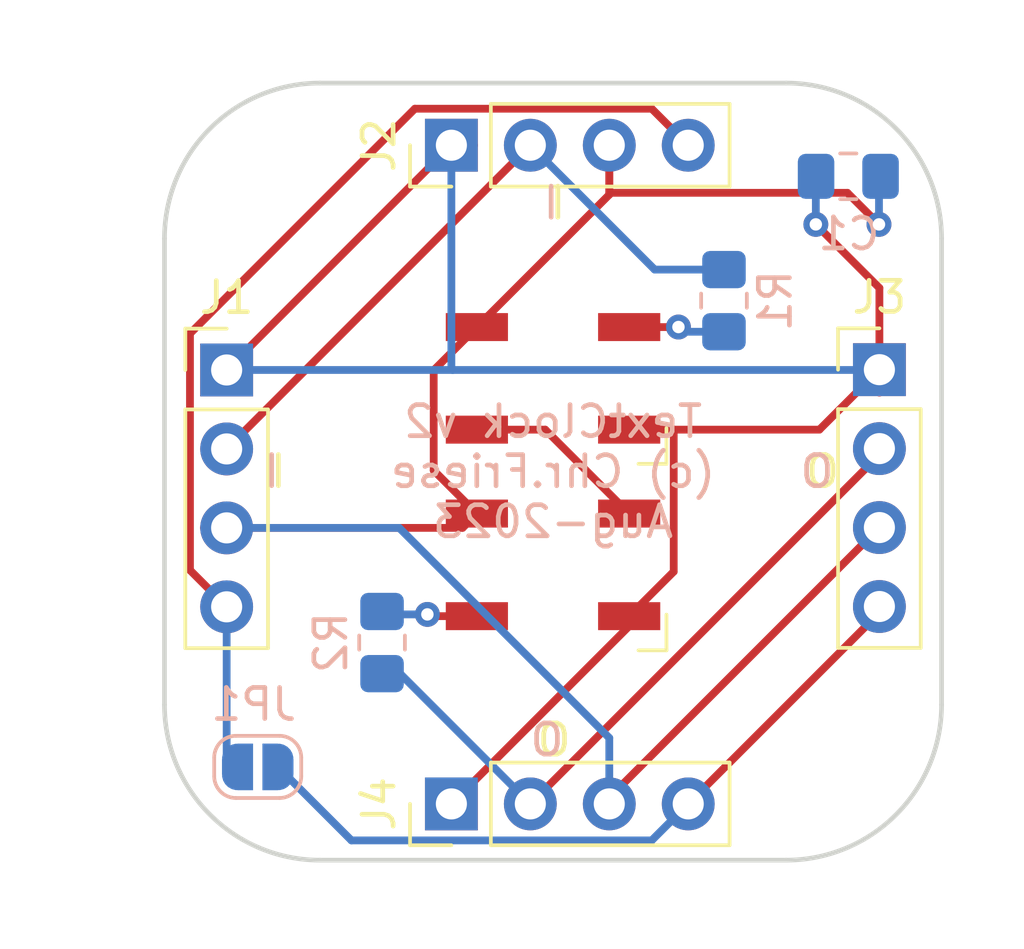
<source format=kicad_pcb>
(kicad_pcb (version 20221018) (generator pcbnew)
  (layers (0 "F.Cu" signal) (31 "B.Cu" signal) (34 "B.Paste" user) (35 "F.Paste" user) (36 "B.SilkS" user "B.Silkscreen") (37 "F.SilkS" user "F.Silkscreen") (38 "B.Mask" user) (39 "F.Mask" user) (44 "Edge.Cuts" user))
  (net 0 "")
  (net 1 "VDD")
  (net 2 "Net-(D1-DOUT)")
  (net 3 "GND")
  (net 4 "Net-(D1-DIN)")
  (net 5 "DOUT")
  (net 6 "DIN")
  (net 7 "Net-(D2-DIN)")
  (net 8 "DOUTback")
  (net 9 "DINback")
  (footprint "Connector_PinHeader_2.54mm:PinHeader_1x04_P2.54mm_Vertical" (layer "F.Cu") (at 109.23 102 90)
    (fp_text reference "J2" (at 0 -2.33 90) (layer "F.SilkS"))
    (fp_text value "Conn_01x04")
    (fp_line (start -1.33 -1.33) (end 0 -1.33) (stroke (width 0.12)) (layer "F.SilkS"))
    (fp_line (start -1.33 0) (end -1.33 -1.33) (stroke (width 0.12)) (layer "F.SilkS"))
    (fp_line (start -1.33 1.27) (end -1.33 8.95) (stroke (width 0.12)) (layer "F.SilkS"))
    (fp_line (start -1.33 1.27) (end 1.33 1.27) (stroke (width 0.12)) (layer "F.SilkS"))
    (fp_line (start -1.33 8.95) (end 1.33 8.95) (stroke (width 0.12)) (layer "F.SilkS"))
    (fp_line (start 1.33 1.27) (end 1.33 8.95) (stroke (width 0.12)) (layer "F.SilkS"))
    (pad "1" thru_hole rect (at 0 0 90) (size 1.7 1.7) (drill 1) (layers "*.Cu" "*.Mask") (net 3 "GND"))
    (pad "2" thru_hole oval (at 0 2.54 90) (size 1.7 1.7) (drill 1) (layers "*.Cu" "*.Mask") (net 6 "DIN"))
    (pad "3" thru_hole oval (at 0 5.08 90) (size 1.7 1.7) (drill 1) (layers "*.Cu" "*.Mask") (net 1 "VDD"))
    (pad "4" thru_hole oval (at 0 7.62 90) (size 1.7 1.7) (drill 1) (layers "*.Cu" "*.Mask") (net 8 "DOUTback"))
  )
  (footprint "Connector_PinHeader_2.54mm:PinHeader_1x04_P2.54mm_Vertical" (layer "F.Cu") (at 123 109.22)
    (fp_text reference "J3" (at 0 -2.33) (layer "F.SilkS"))
    (fp_text value "Conn_01x04")
    (fp_line (start -1.33 -1.33) (end 0 -1.33) (stroke (width 0.12)) (layer "F.SilkS"))
    (fp_line (start -1.33 0) (end -1.33 -1.33) (stroke (width 0.12)) (layer "F.SilkS"))
    (fp_line (start -1.33 1.27) (end -1.33 8.95) (stroke (width 0.12)) (layer "F.SilkS"))
    (fp_line (start -1.33 1.27) (end 1.33 1.27) (stroke (width 0.12)) (layer "F.SilkS"))
    (fp_line (start -1.33 8.95) (end 1.33 8.95) (stroke (width 0.12)) (layer "F.SilkS"))
    (fp_line (start 1.33 1.27) (end 1.33 8.95) (stroke (width 0.12)) (layer "F.SilkS"))
    (pad "1" thru_hole rect (at 0 0) (size 1.7 1.7) (drill 1) (layers "*.Cu" "*.Mask") (net 3 "GND"))
    (pad "2" thru_hole oval (at 0 2.54) (size 1.7 1.7) (drill 1) (layers "*.Cu" "*.Mask") (net 5 "DOUT"))
    (pad "3" thru_hole oval (at 0 5.08) (size 1.7 1.7) (drill 1) (layers "*.Cu" "*.Mask") (net 1 "VDD"))
    (pad "4" thru_hole oval (at 0 7.62) (size 1.7 1.7) (drill 1) (layers "*.Cu" "*.Mask") (net 9 "DINback"))
  )
  (footprint "LED_SMD:LED_WS2812B_PLCC4_5.0x5.0mm_P3.2mm" (layer "F.Cu") (at 112.5 109.5)
    (fp_text reference "D2" hide)
    (fp_text value "SK6812")
    (fp_line (start 2.75 2.75) (end 3.65 2.75) (stroke (width 0.12)) (layer "F.SilkS"))
    (fp_line (start 3.65 2.75) (end 3.65 1.6) (stroke (width 0.12)) (layer "F.SilkS"))
    (pad "1" smd rect (at -2.45 -1.65) (size 2 0.9) (layers "F.Cu" "F.Paste" "F.Mask") (net 1 "VDD"))
    (pad "2" smd rect (at -2.45 1.65) (size 2 0.9) (layers "F.Cu" "F.Paste" "F.Mask") (net 4 "Net-(D1-DIN)"))
    (pad "3" smd rect (at 2.45 1.65) (size 2 0.9) (layers "F.Cu" "F.Paste" "F.Mask") (net 3 "GND"))
    (pad "4" smd rect (at 2.45 -1.65) (size 2 0.9) (layers "F.Cu" "F.Paste" "F.Mask") (net 7 "Net-(D2-DIN)"))
  )
  (footprint "LED_SMD:LED_WS2812B_PLCC4_5.0x5.0mm_P3.2mm" (layer "F.Cu") (at 112.5 115.5)
    (fp_text reference "D1" hide)
    (fp_text value "SK6812" hide)
    (fp_line (start 2.75 2.75) (end 3.65 2.75) (stroke (width 0.12)) (layer "F.SilkS"))
    (fp_line (start 3.65 2.75) (end 3.65 1.6) (stroke (width 0.12)) (layer "F.SilkS"))
    (pad "1" smd rect (at -2.45 -1.65) (size 2 0.9) (layers "F.Cu" "F.Paste" "F.Mask") (net 1 "VDD"))
    (pad "2" smd rect (at -2.45 1.65) (size 2 0.9) (layers "F.Cu" "F.Paste" "F.Mask") (net 2 "Net-(D1-DOUT)"))
    (pad "3" smd rect (at 2.45 1.65) (size 2 0.9) (layers "F.Cu" "F.Paste" "F.Mask") (net 3 "GND"))
    (pad "4" smd rect (at 2.45 -1.65) (size 2 0.9) (layers "F.Cu" "F.Paste" "F.Mask") (net 4 "Net-(D1-DIN)"))
  )
  (footprint "Connector_PinHeader_2.54mm:PinHeader_1x04_P2.54mm_Vertical" (layer "F.Cu") (at 102 109.23)
    (fp_text reference "J1" (at 0 -2.33) (layer "F.SilkS"))
    (fp_text value "Conn_01x04")
    (fp_line (start -1.33 -1.33) (end 0 -1.33) (stroke (width 0.12)) (layer "F.SilkS"))
    (fp_line (start -1.33 0) (end -1.33 -1.33) (stroke (width 0.12)) (layer "F.SilkS"))
    (fp_line (start -1.33 1.27) (end -1.33 8.95) (stroke (width 0.12)) (layer "F.SilkS"))
    (fp_line (start -1.33 1.27) (end 1.33 1.27) (stroke (width 0.12)) (layer "F.SilkS"))
    (fp_line (start -1.33 8.95) (end 1.33 8.95) (stroke (width 0.12)) (layer "F.SilkS"))
    (fp_line (start 1.33 1.27) (end 1.33 8.95) (stroke (width 0.12)) (layer "F.SilkS"))
    (pad "1" thru_hole rect (at 0 0) (size 1.7 1.7) (drill 1) (layers "*.Cu" "*.Mask") (net 3 "GND"))
    (pad "2" thru_hole oval (at 0 2.54) (size 1.7 1.7) (drill 1) (layers "*.Cu" "*.Mask") (net 6 "DIN"))
    (pad "3" thru_hole oval (at 0 5.08) (size 1.7 1.7) (drill 1) (layers "*.Cu" "*.Mask") (net 1 "VDD"))
    (pad "4" thru_hole oval (at 0 7.62) (size 1.7 1.7) (drill 1) (layers "*.Cu" "*.Mask") (net 8 "DOUTback"))
  )
  (footprint "Connector_PinHeader_2.54mm:PinHeader_1x04_P2.54mm_Vertical" (layer "F.Cu") (at 109.23 123.19 90)
    (fp_text reference "J4" (at 0 -2.33 90) (layer "F.SilkS"))
    (fp_text value "Conn_01x04")
    (fp_line (start -1.33 -1.33) (end 0 -1.33) (stroke (width 0.12)) (layer "F.SilkS"))
    (fp_line (start -1.33 0) (end -1.33 -1.33) (stroke (width 0.12)) (layer "F.SilkS"))
    (fp_line (start -1.33 1.27) (end -1.33 8.95) (stroke (width 0.12)) (layer "F.SilkS"))
    (fp_line (start -1.33 1.27) (end 1.33 1.27) (stroke (width 0.12)) (layer "F.SilkS"))
    (fp_line (start -1.33 8.95) (end 1.33 8.95) (stroke (width 0.12)) (layer "F.SilkS"))
    (fp_line (start 1.33 1.27) (end 1.33 8.95) (stroke (width 0.12)) (layer "F.SilkS"))
    (pad "1" thru_hole rect (at 0 0 90) (size 1.7 1.7) (drill 1) (layers "*.Cu" "*.Mask") (net 3 "GND"))
    (pad "2" thru_hole oval (at 0 2.54 90) (size 1.7 1.7) (drill 1) (layers "*.Cu" "*.Mask") (net 5 "DOUT"))
    (pad "3" thru_hole oval (at 0 5.08 90) (size 1.7 1.7) (drill 1) (layers "*.Cu" "*.Mask") (net 1 "VDD"))
    (pad "4" thru_hole oval (at 0 7.62 90) (size 1.7 1.7) (drill 1) (layers "*.Cu" "*.Mask") (net 9 "DINback"))
  )
  (footprint "Jumper:SolderJumper-2_P1.3mm_Open_RoundedPad1.0x1.5mm" (layer "B.Cu") (at 103 122)
    (fp_text reference "JP1" (at -0.13 -2.0104) (layer "B.SilkS") (effects (justify mirror)))
    (fp_text value "SolderJumper_2_Open")
    (fp_line (start -1.4 -0.3) (end -1.4 0.3) (stroke (width 0.12)) (layer "B.SilkS"))
    (fp_line (start -0.7 1) (end 0.7 1) (stroke (width 0.12)) (layer "B.SilkS"))
    (fp_line (start 0.7 -1) (end -0.7 -1) (stroke (width 0.12)) (layer "B.SilkS"))
    (fp_line (start 1.4 0.3) (end 1.4 -0.3) (stroke (width 0.12)) (layer "B.SilkS"))
    (fp_arc (start -1.4 -0.3) (mid -1.194975 -0.794975) (end -0.7 -1) (stroke (width 0.12)) (layer "B.SilkS"))
    (fp_arc (start -0.7 1) (mid -1.194975 0.794975) (end -1.4 0.3) (stroke (width 0.12)) (layer "B.SilkS"))
    (fp_arc (start 0.7 -1) (mid 1.194975 -0.794975) (end 1.4 -0.3) (stroke (width 0.12)) (layer "B.SilkS"))
    (fp_arc (start 1.4 0.3) (mid 1.194975 0.794975) (end 0.7 1) (stroke (width 0.12)) (layer "B.SilkS"))
    (pad "1" smd custom (at -0.65 0) (size 1 0.5) (layers "B.Cu" "B.Mask") (net 8 "DOUTback") (options (clearance outline) (anchor rect)) (primitives (gr_circle (center 0 -0.25) (end 0.5 -0.25) (width 0) (fill yes)) (gr_circle (center 0 0.25) (end 0.5 0.25) (width 0) (fill yes)) (gr_poly (pts (xy 0.5 -0.75) (xy 0 -0.75) (xy 0 0.75) (xy 0.5 0.75)) (width 0) (fill yes))))
    (pad "2" smd custom (at 0.65 0) (size 1 0.5) (layers "B.Cu" "B.Mask") (net 9 "DINback") (options (clearance outline) (anchor rect)) (primitives (gr_circle (center 0 -0.25) (end 0.5 -0.25) (width 0) (fill yes)) (gr_circle (center 0 0.25) (end 0.5 0.25) (width 0) (fill yes)) (gr_poly (pts (xy 0 -0.75) (xy -0.5 -0.75) (xy -0.5 0.75) (xy 0 0.75)) (width 0) (fill yes))))
  )
  (footprint "Capacitor_SMD:C_0805_2012Metric_Pad1.18x1.45mm_HandSolder" (layer "B.Cu") (at 122 103 180)
    (fp_text reference "C1" (at -0.0216 -1.8512) (layer "B.SilkS") (effects (justify mirror)))
    (fp_text value "1u")
    (fp_line (start -0.261252 -0.735) (end 0.261252 -0.735) (stroke (width 0.12)) (layer "B.SilkS"))
    (fp_line (start -0.261252 0.735) (end 0.261252 0.735) (stroke (width 0.12)) (layer "B.SilkS"))
    (pad "1" smd roundrect (at -1.0375 0 180) (size 1.175 1.45) (layers "B.Cu" "B.Paste" "B.Mask") (roundrect_rratio 0.2127659574) (net 1 "VDD"))
    (pad "2" smd roundrect (at 1.0375 0 180) (size 1.175 1.45) (layers "B.Cu" "B.Paste" "B.Mask") (roundrect_rratio 0.2127659574) (net 3 "GND"))
  )
  (footprint "Resistor_SMD:R_0805_2012Metric_Pad1.20x1.40mm_HandSolder" (layer "B.Cu") (at 107 118 -90)
    (fp_text reference "R2" (at 0 1.65 90) (layer "B.SilkS") (effects (justify mirror)))
    (fp_text value "22")
    (fp_line (start -0.227064 -0.735) (end 0.227064 -0.735) (stroke (width 0.12)) (layer "B.SilkS"))
    (fp_line (start -0.227064 0.735) (end 0.227064 0.735) (stroke (width 0.12)) (layer "B.SilkS"))
    (pad "1" smd roundrect (at -1 0 270) (size 1.2 1.4) (layers "B.Cu" "B.Paste" "B.Mask") (roundrect_rratio 0.2083333333) (net 2 "Net-(D1-DOUT)"))
    (pad "2" smd roundrect (at 1 0 270) (size 1.2 1.4) (layers "B.Cu" "B.Paste" "B.Mask") (roundrect_rratio 0.2083333333) (net 5 "DOUT"))
  )
  (footprint "Resistor_SMD:R_0805_2012Metric_Pad1.20x1.40mm_HandSolder" (layer "B.Cu") (at 118 107 90)
    (fp_text reference "R1" (at 0 1.65 90) (layer "B.SilkS") (effects (justify mirror)))
    (fp_text value "22")
    (fp_line (start -0.227064 -0.735) (end 0.227064 -0.735) (stroke (width 0.12)) (layer "B.SilkS"))
    (fp_line (start -0.227064 0.735) (end 0.227064 0.735) (stroke (width 0.12)) (layer "B.SilkS"))
    (pad "1" smd roundrect (at -1 0 90) (size 1.2 1.4) (layers "B.Cu" "B.Paste" "B.Mask") (roundrect_rratio 0.2083333333) (net 7 "Net-(D2-DIN)"))
    (pad "2" smd roundrect (at 1 0 90) (size 1.2 1.4) (layers "B.Cu" "B.Paste" "B.Mask") (roundrect_rratio 0.2083333333) (net 6 "DIN"))
  )
  (gr_arc (start 100 105) (mid 101.464464 101.464465) (end 105 100) (stroke (width 0.15)) (layer "Edge.Cuts"))
  (gr_line (start 100 120) (end 100 105) (stroke (width 0.15)) (layer "Edge.Cuts"))
  (gr_line (start 105 100) (end 120 100) (stroke (width 0.15)) (layer "Edge.Cuts"))
  (gr_arc (start 105 125) (mid 101.464467 123.535534) (end 100 120) (stroke (width 0.15)) (layer "Edge.Cuts"))
  (gr_line (start 125 105) (end 125 120) (stroke (width 0.15)) (layer "Edge.Cuts"))
  (gr_line (start 120 125) (end 105 125) (stroke (width 0.15)) (layer "Edge.Cuts"))
  (gr_arc (start 120 100) (mid 123.535533 101.464466) (end 125 105) (stroke (width 0.15)) (layer "Edge.Cuts"))
  (gr_arc (start 125 120) (mid 123.535534 123.535533) (end 120 125) (stroke (width 0.15)) (layer "Edge.Cuts"))
  (gr_text "I" (at 103.7844 113.0808) (layer "B.SilkS") (effects (font (size 1 1)) (justify left bottom mirror)))
  (gr_text "O" (at 121.6152 113.0808) (layer "B.SilkS") (effects (font (size 1 1)) (justify left bottom mirror)))
  (gr_text "TextClock v2\n(c) Chr.Friese\nAug-2023" (at 112.5 112.5) (layer "B.SilkS") (effects (font (size 1 1)) (justify mirror)))
  (gr_text "I" (at 112.776 104.4448) (layer "B.SilkS") (effects (font (size 1 1)) (justify left bottom mirror)))
  (gr_text "O" (at 112.9284 121.7168) (layer "B.SilkS") (effects (font (size 1 1)) (justify left bottom mirror)))
  (gr_text "I" (at 103.3272 113.0808) (layer "F.SilkS") (effects (font (size 1 1)) (justify left bottom)))
  (gr_text "O" (at 111.9124 121.7168) (layer "F.SilkS") (effects (font (size 1 1)) (justify left bottom)))
  (gr_text "O" (at 120.5484 113.0808) (layer "F.SilkS") (effects (font (size 1 1)) (justify left bottom)))
  (gr_text "I" (at 112.3188 104.4448) (layer "F.SilkS") (effects (font (size 1 1)) (justify left bottom)))
  (segment (start 110.05 107.85) (end 108.6612 109.2388) (width 0.25) (layer "F.Cu") (net 1))
  (segment (start 109.59 114.31) (end 101.27 114.31) (width 0.25) (layer "F.Cu") (net 1))
  (segment (start 114.31 123.19) (end 114.31 122.99) (width 0.25) (layer "F.Cu") (net 1))
  (segment (start 108.6612 112.4612) (end 110.05 113.85) (width 0.25) (layer "F.Cu") (net 1))
  (segment (start 114.31 122.99) (end 123 114.3) (width 0.25) (layer "F.Cu") (net 1))
  (segment (start 110.05 113.85) (end 109.59 114.31) (width 0.25) (layer "F.Cu") (net 1))
  (segment (start 110.05 107.85) (end 114.31 103.59) (width 0.25) (layer "F.Cu") (net 1))
  (segment (start 108.6612 109.2388) (end 108.6612 112.4612) (width 0.25) (layer "F.Cu") (net 1))
  (segment (start 114.31 103.59) (end 114.31 102) (width 0.25) (layer "F.Cu") (net 1))
  (segment (start 121.9708 103.5304) (end 114.31 103.5304) (width 0.25) (layer "F.Cu") (net 1))
  (segment (start 114.31 103.5304) (end 114.31 102) (width 0.25) (layer "F.Cu") (net 1))
  (segment (start 122.9868 104.5464) (end 121.9708 103.5304) (width 0.25) (layer "F.Cu") (net 1))
  (via (at 122.9868 104.5464) (size 0.8) (drill 0.4) (layers "F.Cu" "B.Cu") (net 1))
  (segment (start 122.9868 103.0507) (end 123.0375 103) (width 0.25) (layer "B.Cu") (net 1))
  (segment (start 114.31 123.19) (end 114.31 121.067919) (width 0.25) (layer "B.Cu") (net 1))
  (segment (start 114.31 121.067919) (end 107.552081 114.31) (width 0.25) (layer "B.Cu") (net 1))
  (segment (start 122.9868 104.5464) (end 122.9868 103.0507) (width 0.25) (layer "B.Cu") (net 1))
  (segment (start 107.552081 114.31) (end 102 114.31) (width 0.25) (layer "B.Cu") (net 1))
  (segment (start 110.05 117.15) (end 108.514 117.15) (width 0.25) (layer "F.Cu") (net 2))
  (segment (start 108.514 117.15) (end 108.458 117.094) (width 0.25) (layer "F.Cu") (net 2))
  (via (at 108.458 117.094) (size 0.8) (drill 0.4) (layers "F.Cu" "B.Cu") (net 2))
  (segment (start 108.458 117.094) (end 107.094 117.094) (width 0.25) (layer "B.Cu") (net 2))
  (segment (start 107.094 117.094) (end 107 117) (width 0.25) (layer "B.Cu") (net 2))
  (segment (start 109.23 123.19) (end 114.95 117.47) (width 0.25) (layer "F.Cu") (net 3))
  (segment (start 116.3828 115.7172) (end 114.95 117.15) (width 0.25) (layer "F.Cu") (net 3))
  (segment (start 116.3828 111.15) (end 116.3828 115.7172) (width 0.25) (layer "F.Cu") (net 3))
  (segment (start 123 106.5916) (end 123 109.96) (width 0.25) (layer "F.Cu") (net 3))
  (segment (start 114.95 111.15) (end 116.3828 111.15) (width 0.25) (layer "F.Cu") (net 3))
  (segment (start 109.23 102) (end 102 109.23) (width 0.25) (layer "F.Cu") (net 3))
  (segment (start 114.95 111.15) (end 121.07 111.15) (width 0.25) (layer "F.Cu") (net 3))
  (segment (start 109.96 102) (end 109.23 102) (width 0.25) (layer "F.Cu") (net 3))
  (segment (start 121.07 111.15) (end 123 109.22) (width 0.25) (layer "F.Cu") (net 3))
  (segment (start 114.95 117.47) (end 114.95 117.15) (width 0.25) (layer "F.Cu") (net 3))
  (segment (start 120.9548 104.5464) (end 123 106.5916) (width 0.25) (layer "F.Cu") (net 3))
  (via (at 120.9548 104.5464) (size 0.8) (drill 0.4) (layers "F.Cu" "B.Cu") (net 3))
  (segment (start 102 109.23) (end 109.2708 109.23) (width 0.25) (layer "B.Cu") (net 3))
  (segment (start 120.9548 103.0077) (end 120.9625 103) (width 0.25) (layer "B.Cu") (net 3))
  (segment (start 109.23 109.1892) (end 109.2708 109.23) (width 0.25) (layer "B.Cu") (net 3))
  (segment (start 109.2708 109.23) (end 122.99 109.23) (width 0.25) (layer "B.Cu") (net 3))
  (segment (start 120.9548 104.5464) (end 120.9548 103.0077) (width 0.25) (layer "B.Cu") (net 3))
  (segment (start 109.23 102) (end 109.23 109.1892) (width 0.25) (layer "B.Cu") (net 3))
  (segment (start 122.99 109.23) (end 123 109.22) (width 0.25) (layer "B.Cu") (net 3))
  (segment (start 110.05 111.15) (end 112.25 111.15) (width 0.25) (layer "F.Cu") (net 4))
  (segment (start 112.25 111.15) (end 114.95 113.85) (width 0.25) (layer "F.Cu") (net 4))
  (segment (start 111.77 123.19) (end 123 111.96) (width 0.25) (layer "F.Cu") (net 5))
  (segment (start 123 111.96) (end 123 111.76) (width 0.25) (layer "F.Cu") (net 5))
  (segment (start 111.77 123.19) (end 107.58 119) (width 0.25) (layer "B.Cu") (net 5))
  (segment (start 107.58 119) (end 107 119) (width 0.25) (layer "B.Cu") (net 5))
  (segment (start 102 111.77) (end 111.77 102) (width 0.25) (layer "F.Cu") (net 6))
  (segment (start 102 112.5) (end 102 111.77) (width 0.25) (layer "F.Cu") (net 6))
  (segment (start 111.77 102) (end 115.77 106) (width 0.25) (layer "B.Cu") (net 6))
  (segment (start 115.77 106) (end 118 106) (width 0.25) (layer "B.Cu") (net 6))
  (segment (start 116.5336 107.85) (end 116.5352 107.8484) (width 0.25) (layer "F.Cu") (net 7))
  (segment (start 114.95 107.85) (end 116.5336 107.85) (width 0.25) (layer "F.Cu") (net 7))
  (via (at 116.5352 107.8484) (size 0.8) (drill 0.4) (layers "F.Cu" "B.Cu") (net 7))
  (segment (start 116.6868 108) (end 116.5352 107.8484) (width 0.25) (layer "B.Cu") (net 7))
  (segment (start 118 108) (end 116.6868 108) (width 0.25) (layer "B.Cu") (net 7))
  (segment (start 108.055 100.825) (end 100.82 108.06) (width 0.25) (layer "F.Cu") (net 8))
  (segment (start 100.82 115.67) (end 102 116.85) (width 0.25) (layer "F.Cu") (net 8))
  (segment (start 116.85 102) (end 115.675 100.825) (width 0.25) (layer "F.Cu") (net 8))
  (segment (start 100.82 108.06) (end 100.82 115.67) (width 0.25) (layer "F.Cu") (net 8))
  (segment (start 115.675 100.825) (end 108.055 100.825) (width 0.25) (layer "F.Cu") (net 8))
  (segment (start 102.35 122) (end 102 121.65) (width 0.25) (layer "B.Cu") (net 8))
  (segment (start 102 121.65) (end 102 116.85) (width 0.25) (layer "B.Cu") (net 8))
  (segment (start 116.85 123.19) (end 123 117.04) (width 0.25) (layer "F.Cu") (net 9))
  (segment (start 123 117.04) (end 123 116.84) (width 0.25) (layer "F.Cu") (net 9))
  (segment (start 115.675 124.365) (end 106.015 124.365) (width 0.25) (layer "B.Cu") (net 9))
  (segment (start 116.85 123.19) (end 115.675 124.365) (width 0.25) (layer "B.Cu") (net 9))
  (segment (start 106.015 124.365) (end 103.65 122) (width 0.25) (layer "B.Cu") (net 9))
)
</source>
